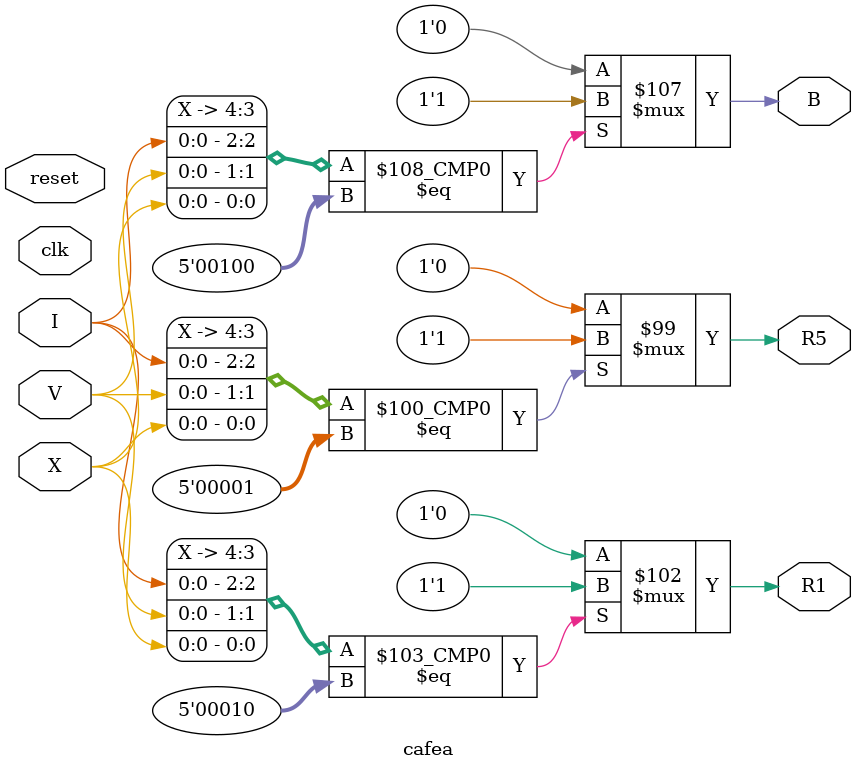
<source format=v>
`timescale 1ns / 1ps

//S0=000 -initial
//S1=001 -1ron A
//S2=010 -1ron B
//S3=011 -1ron C
//S4=100 -5ron
//S5=101 -10ron
module cafea(
    input clk, reset, I, V, X,
    output B, R1, R5
    );
    
    reg B, R1, R5;
    reg[1:0] state, nextState;
    
    always @ (posedge clk)
        if (reset)
            state <= 0;
        else
            state <= nextState;
        
        always @ (state & I & V & X)
            case({state, I, V, X})
                6'b001000: begin
                            if (state == 3'b000)
                                nextState = 3'b101;B=0;R1=0;R5=0;
                            if (state == 3'b011)
                                nextState = 3'b101;B=0;R1=0;R5=0;
                            if (state == 3'b011)
                                nextState = 3'b101;B=0;R1=0;R5=0;
                           end
                6'b010000: begin
                            if (state == 3'b000)
                                nextState = 3'b100;B=0;R1=0;R5=0;
                            if (state == 3'b001)
                                nextState = 3'b100;B=0;R1=0;R5=0;
                           end
                6'b100000: begin
                            if (state == 3'b000)
                                nextState = 3'b001;B=0;R1=0;R5=0;
                            if (state == 3'b001)
                                nextState = 3'b011;B=0;R1=0;R5=0;
                           end
                6'b00100: begin
                            if (state == 3'b010)
                                nextState = 3'b000;B=1;R1=0;R5=0;
                            if (state == 3'b001)
                                nextState = 3'b000;B=1;R1=0;R5=0;
                           end        
                6'b00001: begin
                                nextState = 3'b100;B=0;R1=0;R5=1;
                           end
                6'b00010: begin
                             if (state == 3'b100)
                                nextState = 3'b001;B=0;R1=1;R5=0;
                             if (state == 3'b011)
                                nextState = 3'b001;B=0;R1=1;R5=0;
                             if (state == 3'b001)
                                nextState = 3'b010;B=0;R1=1;R5=0;
                             //if (state == 3'b010)
                             //   nextState = 3'b001;B=0;R1=1;R5=0;                                
                           end                                                                                      
                default:   begin
                           state=3'b000;B=0;R1=0;R5=0;
                           end
            endcase
endmodule

</source>
